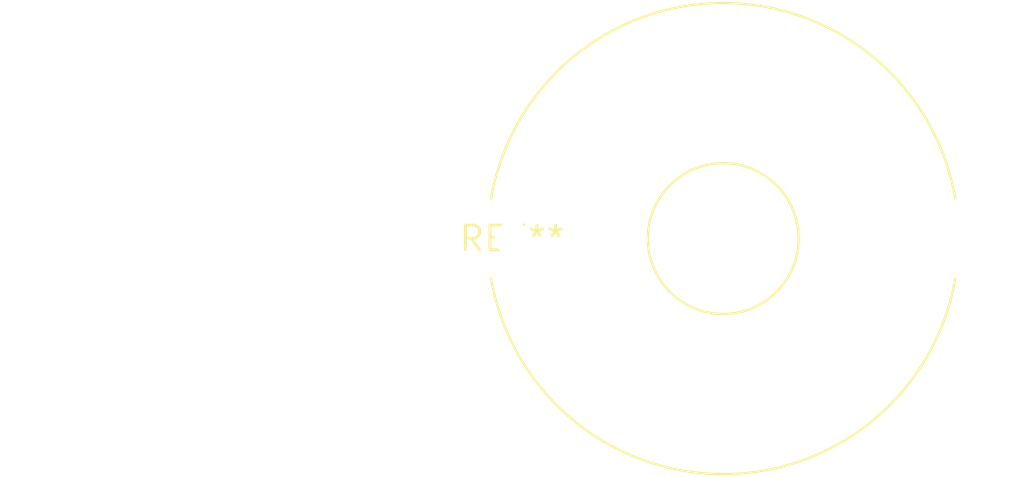
<source format=kicad_pcb>
(kicad_pcb (version 20240108) (generator pcbnew)
  (layers (0 "F.Cu" signal) (31 "B.Cu" signal) (34 "B.Paste" user) (35 "F.Paste" user) (36 "B.SilkS" user "B.Silkscreen") (37 "F.SilkS" user "F.Silkscreen") (38 "B.Mask" user) (39 "F.Mask" user) (44 "Edge.Cuts" user))
  (net 0 "")
  (footprint "L_Toroid_Horizontal_D24.1mm_P21.80mm_Bourns_2200" (layer "F.Cu") (at 0 0)
    (property "Reference" "REF**")
    (property "Value" "L_Toroid_Horizontal_D24.1mm_P21.80mm_Bourns_2200")
    (fp_arc (start -1.094386 -2.06) (mid 10.9 -12.17) (end 22.894386 -2.06) (layer "F.SilkS") (stroke (width 0.12)))
    (fp_arc (start 22.894386 2.06) (mid 10.9 12.17) (end -1.094386 2.06) (layer "F.SilkS") (stroke (width 0.12)))
    (fp_circle (center 10.9 0) (end 14.796667 0) (layer "F.SilkS") (stroke (width 0.12)) (fill none))
    (pad "1" thru_hole circle (at 0 0) (size 3.6 3.6) (drill 1.8) (layers *.Cu *.Mask) (remove_unused_layers))
    (pad "2" thru_hole circle (at 21.8 0) (size 3.6 3.6) (drill 1.8) (layers *.Cu *.Mask) (remove_unused_layers))
  )
)
</source>
